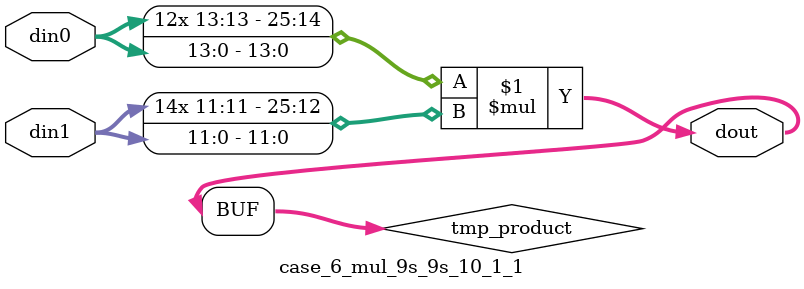
<source format=v>

`timescale 1 ns / 1 ps

 module case_6_mul_9s_9s_10_1_1(din0, din1, dout);
parameter ID = 1;
parameter NUM_STAGE = 0;
parameter din0_WIDTH = 14;
parameter din1_WIDTH = 12;
parameter dout_WIDTH = 26;

input [din0_WIDTH - 1 : 0] din0; 
input [din1_WIDTH - 1 : 0] din1; 
output [dout_WIDTH - 1 : 0] dout;

wire signed [dout_WIDTH - 1 : 0] tmp_product;



























assign tmp_product = $signed(din0) * $signed(din1);








assign dout = tmp_product;





















endmodule

</source>
